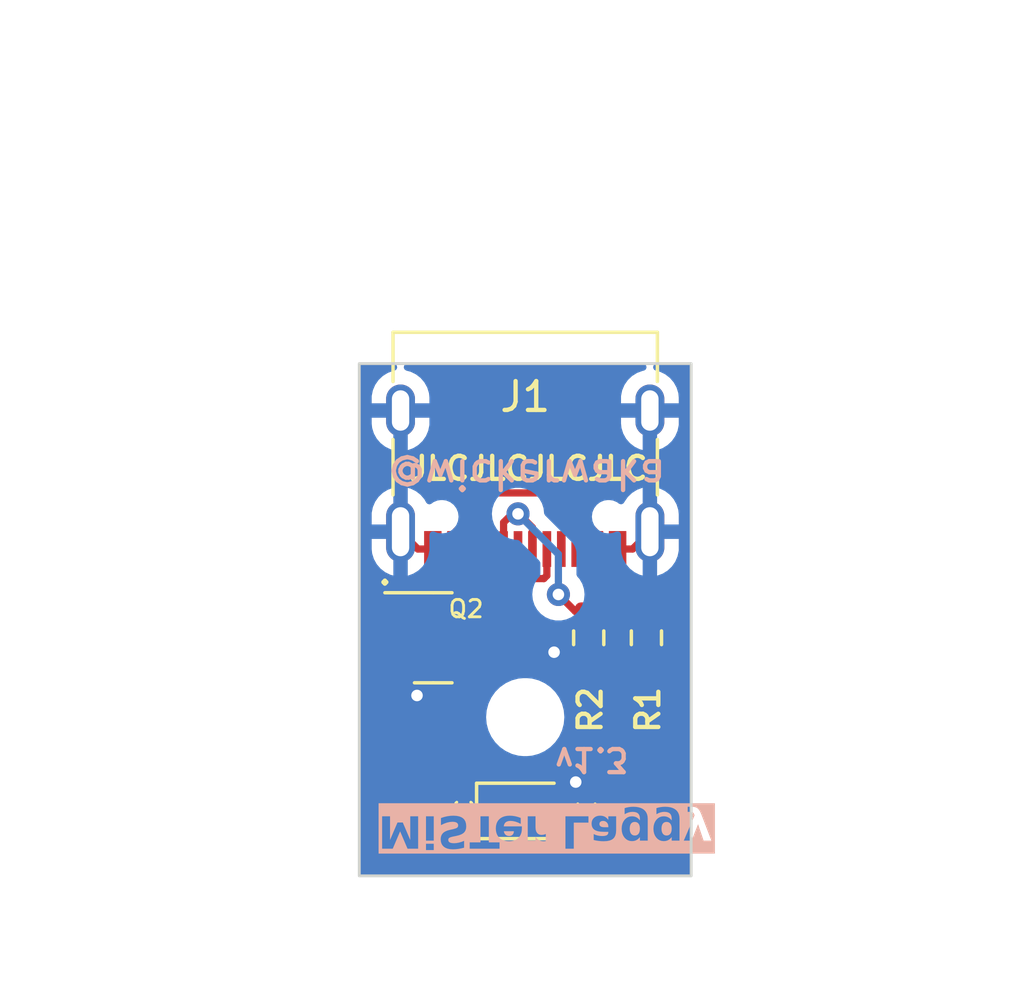
<source format=kicad_pcb>
(kicad_pcb (version 20221018) (generator pcbnew)
  (layers (0 "F.Cu" signal) (31 "B.Cu" signal) (34 "B.Paste" user) (35 "F.Paste" user) (36 "B.SilkS" user "B.Silkscreen") (37 "F.SilkS" user "F.Silkscreen") (38 "B.Mask" user) (39 "F.Mask" user) (44 "Edge.Cuts" user))
  (net 0 "")
  (net 1 "GND")
  (net 2 "Net-(Q1-C)")
  (net 7 "VBUS")
  (net 8 "Net-(J1-D+-PadA6)")
  (net 9 "Net-(Q2-D)")
  (footprint "Connector_USB:USB_C_Receptacle_G-Switch_GT-USB-7010ASV" (layer "F.Cu") (at 127.7 72.3 180)
    (fp_text reference "J1" (at 0 1.55 180) (layer "F.SilkS"))
    (fp_text value "USB_C_Receptacle_USB2.0")
    (fp_line (start -4.58 -1.85) (end -4.58 0.07) (stroke (width 0.12)) (layer "F.SilkS"))
    (fp_line (start -4.58 3.785) (end -4.58 2.08) (stroke (width 0.12)) (layer "F.SilkS"))
    (fp_line (start 4.58 0.07) (end 4.58 -1.85) (stroke (width 0.12)) (layer "F.SilkS"))
    (fp_line (start 4.58 2.08) (end 4.58 3.785) (stroke (width 0.12)) (layer "F.SilkS"))
    (fp_line (start 4.58 3.785) (end -4.58 3.785) (stroke (width 0.12)) (layer "F.SilkS"))
    (pad "" np_thru_hole circle (at -2.89 -2.605 180) (size 0.65 0.65) (drill 0.65) (layers "*.Cu" "*.Mask"))
    (pad "" np_thru_hole circle (at 2.89 -2.605 180) (size 0.65 0.65) (drill 0.65) (layers "*.Cu" "*.Mask"))
    (pad "A1" smd rect (at -3.2 -3.725 180) (size 0.6 1.24) (layers "F.Cu" "F.Paste" "F.Mask") (net 1 "GND"))
    (pad "A4" smd rect (at -2.4 -3.725 180) (size 0.6 1.24) (layers "F.Cu" "F.Paste" "F.Mask") (net 7 "VBUS"))
    (pad "A5" smd rect (at -1.25 -3.725 180) (size 0.3 1.24) (layers "F.Cu" "F.Paste" "F.Mask"))
    (pad "A6" smd rect (at -0.25 -3.725 180) (size 0.3 1.24) (layers "F.Cu" "F.Paste" "F.Mask") (net 8 "Net-(J1-D+-PadA6)"))
    (pad "A7" smd rect (at 0.25 -3.725 180) (size 0.3 1.24) (layers "F.Cu" "F.Paste" "F.Mask") (net 9 "Net-(Q2-D)"))
    (pad "A8" smd rect (at 1.25 -3.725 180) (size 0.3 1.24) (layers "F.Cu" "F.Paste" "F.Mask"))
    (pad "A9" smd rect (at 2.4 -3.725 180) (size 0.6 1.24) (layers "F.Cu" "F.Paste" "F.Mask") (net 7 "VBUS"))
    (pad "A12" smd rect (at 3.2 -3.725 180) (size 0.6 1.24) (layers "F.Cu" "F.Paste" "F.Mask") (net 1 "GND"))
    (pad "B1" smd rect (at 3.2 -3.725 180) (size 0.6 1.24) (layers "F.Cu" "F.Paste" "F.Mask") (net 1 "GND"))
    (pad "B4" smd rect (at 2.4 -3.725 180) (size 0.6 1.24) (layers "F.Cu" "F.Paste" "F.Mask") (net 7 "VBUS"))
    (pad "B5" smd rect (at 1.75 -3.725 180) (size 0.3 1.24) (layers "F.Cu" "F.Paste" "F.Mask"))
    (pad "B6" smd rect (at 0.75 -3.725 180) (size 0.3 1.24) (layers "F.Cu" "F.Paste" "F.Mask") (net 8 "Net-(J1-D+-PadA6)"))
    (pad "B7" smd rect (at -0.75 -3.725 180) (size 0.3 1.24) (layers "F.Cu" "F.Paste" "F.Mask") (net 9 "Net-(Q2-D)"))
    (pad "B8" smd rect (at -1.75 -3.725 180) (size 0.3 1.24) (layers "F.Cu" "F.Paste" "F.Mask"))
    (pad "B9" smd rect (at -2.4 -3.725 180) (size 0.6 1.24) (layers "F.Cu" "F.Paste" "F.Mask") (net 7 "VBUS"))
    (pad "B12" smd rect (at -3.2 -3.725 180) (size 0.6 1.24) (layers "F.Cu" "F.Paste" "F.Mask") (net 1 "GND"))
    (pad "S1" thru_hole oval (at -4.32 -3.125 180) (size 1 2.1) (drill oval 0.6 1.7) (layers "*.Cu" "*.Mask") (net 1 "GND"))
    (pad "S1" thru_hole oval (at -4.32 1.075 180) (size 1 1.8) (drill oval 0.6 1.4) (layers "*.Cu" "*.Mask") (net 1 "GND"))
    (pad "S1" thru_hole oval (at 4.32 -3.125 180) (size 1 2.1) (drill oval 0.6 1.7) (layers "*.Cu" "*.Mask") (net 1 "GND"))
    (pad "S1" thru_hole oval (at 4.32 1.075 180) (size 1 1.8) (drill oval 0.6 1.4) (layers "*.Cu" "*.Mask") (net 1 "GND"))
  )
  (footprint "Resistor_SMD:R_0603_1608Metric" (layer "F.Cu") (at 131.9 79.1 90)
    (fp_text reference "R1" (at -2.5 0.05 90) (layer "F.SilkS") (effects (font (size 0.8 0.8))))
    (fp_text value "300K")
    (fp_line (start -0.237258 -0.5225) (end 0.237258 -0.5225) (stroke (width 0.12)) (layer "F.SilkS"))
    (fp_line (start -0.237258 0.5225) (end 0.237258 0.5225) (stroke (width 0.12)) (layer "F.SilkS"))
    (pad "1" smd roundrect (at -0.825 0 90) (size 0.8 0.95) (layers "F.Cu" "F.Paste" "F.Mask") (net 2 "Net-(Q1-C)"))
    (pad "2" smd roundrect (at 0.825 0 90) (size 0.8 0.95) (layers "F.Cu" "F.Paste" "F.Mask") (net 7 "VBUS"))
  )
  (footprint "LED_SMD:LED_0805_2012Metric" (layer "F.Cu") (at 127.7 85.1)
    (fp_text reference "Q1" hide)
    (fp_text value "PT17-21C/L41/TR8")
    (fp_line (start -1.685 -0.96) (end -1.685 0.96) (stroke (width 0.12)) (layer "F.SilkS"))
    (fp_line (start -1.685 0.96) (end 1 0.96) (stroke (width 0.12)) (layer "F.SilkS"))
    (fp_line (start 1 -0.96) (end -1.685 -0.96) (stroke (width 0.12)) (layer "F.SilkS"))
    (pad "1" smd roundrect (at -0.9375 0) (size 0.975 1.4) (layers "F.Cu" "F.Paste" "F.Mask") (net 2 "Net-(Q1-C)"))
    (pad "2" smd roundrect (at 0.9375 0) (size 0.975 1.4) (layers "F.Cu" "F.Paste" "F.Mask") (net 1 "GND"))
  )
  (footprint "Package_TO_SOT_SMD:SOT-23" (layer "F.Cu") (at 124.5125 79.1)
    (fp_text reference "Q2" (at 1.1375 -1) (layer "F.SilkS") (effects (font (size 0.6 0.6) (thickness 0.1) bold)))
    (fp_text value "2N7002")
    (fp_line (start 0 -1.56) (end -1.675 -1.56) (stroke (width 0.12)) (layer "F.SilkS"))
    (fp_line (start 0 -1.56) (end 0.65 -1.56) (stroke (width 0.12)) (layer "F.SilkS"))
    (fp_line (start 0 1.56) (end -0.65 1.56) (stroke (width 0.12)) (layer "F.SilkS"))
    (fp_line (start 0 1.56) (end 0.65 1.56) (stroke (width 0.12)) (layer "F.SilkS"))
    (pad "1" smd roundrect (at -0.9375 -0.95) (size 1.475 0.6) (layers "F.Cu" "F.Paste" "F.Mask") (net 2 "Net-(Q1-C)"))
    (pad "2" smd roundrect (at -0.9375 0.95) (size 1.475 0.6) (layers "F.Cu" "F.Paste" "F.Mask") (net 1 "GND"))
    (pad "3" smd roundrect (at 0.9375 0) (size 1.475 0.6) (layers "F.Cu" "F.Paste" "F.Mask") (net 9 "Net-(Q2-D)"))
  )
  (footprint "MountingHole:MountingHole_2.2mm_M2_ISO7380" (layer "F.Cu") (at 127.7 81.85)
    (fp_text reference "H1" hide)
    (fp_text value "MountingHole")
    (pad "" np_thru_hole circle (at 0 0) (size 2.2 2.2) (drill 2.2) (layers "*.Cu" "*.Mask"))
  )
  (footprint "Resistor_SMD:R_0603_1608Metric" (layer "F.Cu") (at 129.9 79.1 90)
    (fp_text reference "R2" (at -2.5 0.05 90) (layer "F.SilkS") (effects (font (size 0.8 0.8))))
    (fp_text value "1K")
    (fp_line (start -0.237258 -0.5225) (end 0.237258 -0.5225) (stroke (width 0.12)) (layer "F.SilkS"))
    (fp_line (start -0.237258 0.5225) (end 0.237258 0.5225) (stroke (width 0.12)) (layer "F.SilkS"))
    (pad "1" smd roundrect (at -0.825 0 90) (size 0.8 0.95) (layers "F.Cu" "F.Paste" "F.Mask") (net 1 "GND"))
    (pad "2" smd roundrect (at 0.825 0 90) (size 0.8 0.95) (layers "F.Cu" "F.Paste" "F.Mask") (net 8 "Net-(J1-D+-PadA6)"))
  )
  (gr_rect (start 121.95 69.6) (end 133.45 87.35) (stroke (width 0.1)) (fill none) (layer "Edge.Cuts"))
  (gr_text "v1.3" (at 128.65 82.85 180) (layer "B.SilkS") (effects (font (size 0.8 0.8)) (justify left bottom mirror)))
  (gr_text "MiSTer Laggy" (at 122.6 85.1 180) (layer "B.SilkS" knockout) (effects (font (size 1.1 1.1) (thickness 0.2) bold italic) (justify left bottom mirror)))
  (gr_text "@wickerwaka" (at 122.85 72.85 180) (layer "B.SilkS") (effects (font (size 1 1)) (justify left bottom mirror)))
  (gr_text "C" (at 125.95 85.35 90) (layer "F.SilkS") (effects (font (size 0.6 0.6) (thickness 0.1) bold) (justify left bottom)))
  (gr_text "JLCJLCJLCJLC" (at 123.6 73.7) (layer "F.SilkS") (effects (font (size 0.8 0.8)) (justify left bottom)))
  (gr_text "." (at 122.5 77.35) (layer "F.SilkS") (effects (font (size 1 1)) (justify left bottom)))
  (gr_text "E" (at 130.2 85.35 90) (layer "F.SilkS") (effects (font (size 0.6 0.6) (thickness 0.1) bold) (justify left bottom)))
  (segment (start 123.575 80.05) (end 123.575 80.725) (width 0.25) (layer "F.Cu") (net 1))
  (segment (start 128.6375 85.1) (end 128.6375 84.9125) (width 0.25) (layer "F.Cu") (net 1))
  (segment (start 129.9 79.925) (end 129.025 79.925) (width 0.25) (layer "F.Cu") (net 1))
  (segment (start 129.025 79.925) (end 128.7 79.6) (width 0.25) (layer "F.Cu") (net 1))
  (segment (start 130.9 76.025) (end 131.42 76.025) (width 0.25) (layer "F.Cu") (net 1))
  (segment (start 123.98 76.025) (end 123.38 75.425) (width 0.25) (layer "F.Cu") (net 1))
  (segment (start 123.575 80.725) (end 123.95 81.1) (width 0.25) (layer "F.Cu") (net 1))
  (segment (start 124.5 76.025) (end 123.98 76.025) (width 0.25) (layer "F.Cu") (net 1))
  (segment (start 131.42 76.025) (end 132.02 75.425) (width 0.25) (layer "F.Cu") (net 1))
  (segment (start 128.6375 84.9125) (end 129.45 84.1) (width 0.25) (layer "F.Cu") (net 1))
  (via (at 128.7 79.6) (size 0.8) (drill 0.4) (layers "F.Cu" "B.Cu") (net 1))
  (via (at 123.95 81.1) (size 0.8) (drill 0.4) (layers "F.Cu" "B.Cu") (net 1))
  (via (at 129.45 84.1) (size 0.8) (drill 0.4) (layers "F.Cu" "B.Cu") (net 1))
  (segment (start 125.2 80.265749) (end 125.2 83.5375) (width 0.25) (layer "F.Cu") (net 2))
  (segment (start 131.175 79.2) (end 129.55 79.2) (width 0.25) (layer "F.Cu") (net 2))
  (segment (start 129.55 79.2) (end 129.225 78.875) (width 0.25) (layer "F.Cu") (net 2))
  (segment (start 123.575 78.640749) (end 125.2 80.265749) (width 0.25) (layer "F.Cu") (net 2))
  (segment (start 131.9 79.925) (end 131.175 79.2) (width 0.25) (layer "F.Cu") (net 2))
  (segment (start 129.225 78.875) (end 127.175 78.875) (width 0.25) (layer "F.Cu") (net 2))
  (segment (start 125.2 83.5375) (end 126.7625 85.1) (width 0.25) (layer "F.Cu") (net 2))
  (segment (start 125.784251 80.265749) (end 125.2 80.265749) (width 0.25) (layer "F.Cu") (net 2))
  (segment (start 127.175 78.875) (end 125.784251 80.265749) (width 0.25) (layer "F.Cu") (net 2))
  (segment (start 123.575 78.15) (end 123.575 78.640749) (width 0.25) (layer "F.Cu") (net 2))
  (segment (start 131.9 78.1875) (end 131.4925 78.1875) (width 0.25) (layer "F.Cu") (net 7))
  (segment (start 125.3 76.025) (end 125.3 75.404949) (width 0.25) (layer "F.Cu") (net 7))
  (segment (start 126.624451 74.080498) (end 128.775549 74.080498) (width 0.25) (layer "F.Cu") (net 7))
  (segment (start 125.3 75.404949) (end 126.624451 74.080498) (width 0.25) (layer "F.Cu") (net 7))
  (segment (start 130.1 75.404949) (end 130.1 76.025) (width 0.25) (layer "F.Cu") (net 7))
  (segment (start 128.775549 74.080498) (end 130.1 75.404949) (width 0.25) (layer "F.Cu") (net 7))
  (segment (start 130.1 76.795) (end 130.1 76.025) (width 0.25) (layer "F.Cu") (net 7))
  (segment (start 131.4925 78.1875) (end 130.1 76.795) (width 0.25) (layer "F.Cu") (net 7))
  (segment (start 129.4375 78.1875) (end 128.85 77.6) (width 0.25) (layer "F.Cu") (net 8))
  (segment (start 126.95 75.105) (end 126.95 76.025) (width 0.25) (layer "F.Cu") (net 8))
  (segment (start 127.95 75.28) (end 127.95 76.025) (width 0.25) (layer "F.Cu") (net 8))
  (segment (start 127.475498 74.805498) (end 127.95 75.28) (width 0.25) (layer "F.Cu") (net 8))
  (segment (start 127.249502 74.805498) (end 126.95 75.105) (width 0.25) (layer "F.Cu") (net 8))
  (segment (start 127.45 74.805498) (end 127.249502 74.805498) (width 0.25) (layer "F.Cu") (net 8))
  (segment (start 129.9 78.1875) (end 129.4375 78.1875) (width 0.25) (layer "F.Cu") (net 8))
  (segment (start 127.45 74.805498) (end 127.475498 74.805498) (width 0.25) (layer "F.Cu") (net 8))
  (via (at 127.45 74.805498) (size 0.8) (drill 0.4) (layers "F.Cu" "B.Cu") (net 8))
  (via (at 128.85 77.6) (size 0.8) (drill 0.4) (layers "F.Cu" "B.Cu") (net 8))
  (segment (start 128.85 77.6) (end 128.85 76.205498) (width 0.25) (layer "B.Cu") (net 8))
  (segment (start 128.85 76.205498) (end 127.45 74.805498) (width 0.25) (layer "B.Cu") (net 8))
  (segment (start 128.345 77.05) (end 128.45 76.945) (width 0.25) (layer "F.Cu") (net 9))
  (segment (start 128.45 76.945) (end 128.45 76.025) (width 0.25) (layer "F.Cu") (net 9))
  (segment (start 125.45 78.95) (end 127.375 77.025) (width 0.25) (layer "F.Cu") (net 9))
  (segment (start 127.375 77.025) (end 127.45 76.95) (width 0.25) (layer "F.Cu") (net 9))
  (segment (start 127.4 77.05) (end 128.345 77.05) (width 0.25) (layer "F.Cu") (net 9))
  (segment (start 127.45 76.95) (end 127.45 76.025) (width 0.25) (layer "F.Cu") (net 9))
  (segment (start 125.45 79.1) (end 125.45 78.95) (width 0.25) (layer "F.Cu") (net 9))
  (segment (start 127.375 77.025) (end 127.4 77.05) (width 0.25) (layer "F.Cu") (net 9))
  (zone (net 1) (net_name "GND") (layer "B.Cu") (connect_pads (clearance 0.5)) (min_thickness 0.25) (fill yes (thermal_gap 0.5) (thermal_bridge_width 0.5))
    (polygon (pts (xy 109.5 57) (xy 145 57) (xy 145 91) (xy 109.5 91)))
  )
)
</source>
